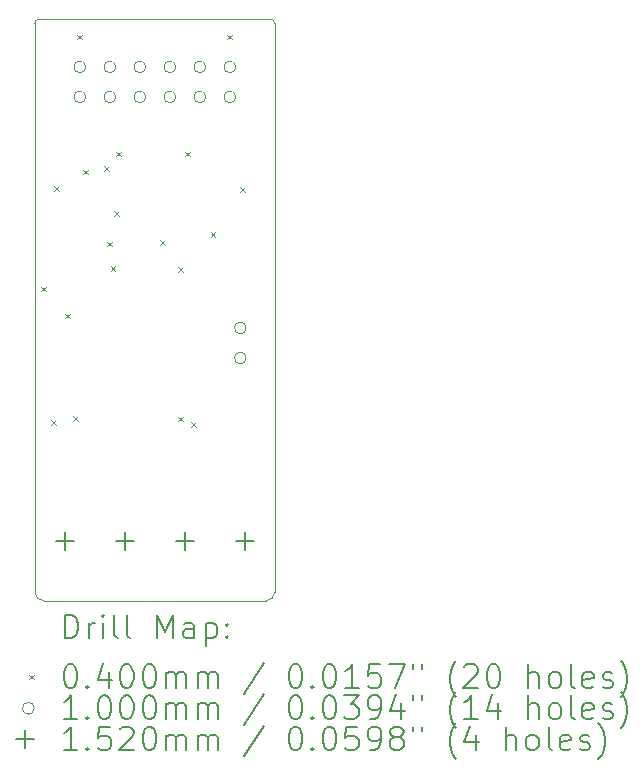
<source format=gbr>
%TF.GenerationSoftware,KiCad,Pcbnew,7.0.9-7.0.9~ubuntu20.04.1*%
%TF.CreationDate,2023-12-17T15:18:54+01:00*%
%TF.ProjectId,kicad-pmod_rs485,6b696361-642d-4706-9d6f-645f72733438,rev?*%
%TF.SameCoordinates,Original*%
%TF.FileFunction,Drillmap*%
%TF.FilePolarity,Positive*%
%FSLAX45Y45*%
G04 Gerber Fmt 4.5, Leading zero omitted, Abs format (unit mm)*
G04 Created by KiCad (PCBNEW 7.0.9-7.0.9~ubuntu20.04.1) date 2023-12-17 15:18:54*
%MOMM*%
%LPD*%
G01*
G04 APERTURE LIST*
%ADD10C,0.100000*%
%ADD11C,0.200000*%
%ADD12C,0.152000*%
G04 APERTURE END LIST*
D10*
X11760200Y-6159500D02*
X11760200Y-10972800D01*
X13716000Y-11049000D02*
G75*
G03*
X13792200Y-10972800I0J76200D01*
G01*
X13754100Y-6121400D02*
X11798300Y-6121400D01*
X11760200Y-10972800D02*
G75*
G03*
X11836400Y-11049000I76200J0D01*
G01*
X11798300Y-6121400D02*
G75*
G03*
X11760200Y-6159500I0J-38100D01*
G01*
X13792200Y-6159500D02*
G75*
G03*
X13754100Y-6121400I-38100J0D01*
G01*
X13792200Y-10972800D02*
X13792200Y-6159500D01*
X11836400Y-11049000D02*
X13716000Y-11049000D01*
D11*
D10*
X11816400Y-8387400D02*
X11856400Y-8427400D01*
X11856400Y-8387400D02*
X11816400Y-8427400D01*
X11899430Y-9518190D02*
X11939430Y-9558190D01*
X11939430Y-9518190D02*
X11899430Y-9558190D01*
X11926090Y-7537800D02*
X11966090Y-7577800D01*
X11966090Y-7537800D02*
X11926090Y-7577800D01*
X12019600Y-8616000D02*
X12059600Y-8656000D01*
X12059600Y-8616000D02*
X12019600Y-8656000D01*
X12083100Y-9485530D02*
X12123100Y-9525530D01*
X12123100Y-9485530D02*
X12083100Y-9525530D01*
X12121200Y-6253800D02*
X12161200Y-6293800D01*
X12161200Y-6253800D02*
X12121200Y-6293800D01*
X12172000Y-7396800D02*
X12212000Y-7436800D01*
X12212000Y-7396800D02*
X12172000Y-7436800D01*
X12348190Y-7369560D02*
X12388190Y-7409560D01*
X12388190Y-7369560D02*
X12348190Y-7409560D01*
X12375200Y-8006400D02*
X12415200Y-8046400D01*
X12415200Y-8006400D02*
X12375200Y-8046400D01*
X12403100Y-8217150D02*
X12443100Y-8257150D01*
X12443100Y-8217150D02*
X12403100Y-8257150D01*
X12433000Y-7748590D02*
X12473000Y-7788590D01*
X12473000Y-7748590D02*
X12433000Y-7788590D01*
X12451400Y-7244400D02*
X12491400Y-7284400D01*
X12491400Y-7244400D02*
X12451400Y-7284400D01*
X12822350Y-7991630D02*
X12862350Y-8031630D01*
X12862350Y-7991630D02*
X12822350Y-8031630D01*
X12972100Y-9489870D02*
X13012100Y-9529870D01*
X13012100Y-9489870D02*
X12972100Y-9529870D01*
X12975150Y-8222660D02*
X13015150Y-8262660D01*
X13015150Y-8222660D02*
X12975150Y-8262660D01*
X13035600Y-7244400D02*
X13075600Y-7284400D01*
X13075600Y-7244400D02*
X13035600Y-7284400D01*
X13083010Y-9535000D02*
X13123010Y-9575000D01*
X13123010Y-9535000D02*
X13083010Y-9575000D01*
X13249400Y-7925660D02*
X13289400Y-7965660D01*
X13289400Y-7925660D02*
X13249400Y-7965660D01*
X13391200Y-6253800D02*
X13431200Y-6293800D01*
X13431200Y-6253800D02*
X13391200Y-6293800D01*
X13501000Y-7545440D02*
X13541000Y-7585440D01*
X13541000Y-7545440D02*
X13501000Y-7585440D01*
X12191200Y-6527800D02*
G75*
G03*
X12191200Y-6527800I-50000J0D01*
G01*
X12191200Y-6781800D02*
G75*
G03*
X12191200Y-6781800I-50000J0D01*
G01*
X12445200Y-6527800D02*
G75*
G03*
X12445200Y-6527800I-50000J0D01*
G01*
X12445200Y-6781800D02*
G75*
G03*
X12445200Y-6781800I-50000J0D01*
G01*
X12699200Y-6527800D02*
G75*
G03*
X12699200Y-6527800I-50000J0D01*
G01*
X12699200Y-6781800D02*
G75*
G03*
X12699200Y-6781800I-50000J0D01*
G01*
X12953200Y-6527800D02*
G75*
G03*
X12953200Y-6527800I-50000J0D01*
G01*
X12953200Y-6781800D02*
G75*
G03*
X12953200Y-6781800I-50000J0D01*
G01*
X13207200Y-6527800D02*
G75*
G03*
X13207200Y-6527800I-50000J0D01*
G01*
X13207200Y-6781800D02*
G75*
G03*
X13207200Y-6781800I-50000J0D01*
G01*
X13461200Y-6527800D02*
G75*
G03*
X13461200Y-6527800I-50000J0D01*
G01*
X13461200Y-6781800D02*
G75*
G03*
X13461200Y-6781800I-50000J0D01*
G01*
X13550100Y-8738100D02*
G75*
G03*
X13550100Y-8738100I-50000J0D01*
G01*
X13550100Y-8992100D02*
G75*
G03*
X13550100Y-8992100I-50000J0D01*
G01*
D12*
X12014200Y-10465000D02*
X12014200Y-10617000D01*
X11938200Y-10541000D02*
X12090200Y-10541000D01*
X12522200Y-10465000D02*
X12522200Y-10617000D01*
X12446200Y-10541000D02*
X12598200Y-10541000D01*
X13030200Y-10465000D02*
X13030200Y-10617000D01*
X12954200Y-10541000D02*
X13106200Y-10541000D01*
X13538200Y-10465000D02*
X13538200Y-10617000D01*
X13462200Y-10541000D02*
X13614200Y-10541000D01*
D11*
X12015977Y-11365484D02*
X12015977Y-11165484D01*
X12015977Y-11165484D02*
X12063596Y-11165484D01*
X12063596Y-11165484D02*
X12092167Y-11175008D01*
X12092167Y-11175008D02*
X12111215Y-11194055D01*
X12111215Y-11194055D02*
X12120739Y-11213103D01*
X12120739Y-11213103D02*
X12130262Y-11251198D01*
X12130262Y-11251198D02*
X12130262Y-11279769D01*
X12130262Y-11279769D02*
X12120739Y-11317865D01*
X12120739Y-11317865D02*
X12111215Y-11336912D01*
X12111215Y-11336912D02*
X12092167Y-11355960D01*
X12092167Y-11355960D02*
X12063596Y-11365484D01*
X12063596Y-11365484D02*
X12015977Y-11365484D01*
X12215977Y-11365484D02*
X12215977Y-11232150D01*
X12215977Y-11270246D02*
X12225501Y-11251198D01*
X12225501Y-11251198D02*
X12235024Y-11241674D01*
X12235024Y-11241674D02*
X12254072Y-11232150D01*
X12254072Y-11232150D02*
X12273120Y-11232150D01*
X12339786Y-11365484D02*
X12339786Y-11232150D01*
X12339786Y-11165484D02*
X12330262Y-11175008D01*
X12330262Y-11175008D02*
X12339786Y-11184531D01*
X12339786Y-11184531D02*
X12349310Y-11175008D01*
X12349310Y-11175008D02*
X12339786Y-11165484D01*
X12339786Y-11165484D02*
X12339786Y-11184531D01*
X12463596Y-11365484D02*
X12444548Y-11355960D01*
X12444548Y-11355960D02*
X12435024Y-11336912D01*
X12435024Y-11336912D02*
X12435024Y-11165484D01*
X12568358Y-11365484D02*
X12549310Y-11355960D01*
X12549310Y-11355960D02*
X12539786Y-11336912D01*
X12539786Y-11336912D02*
X12539786Y-11165484D01*
X12796929Y-11365484D02*
X12796929Y-11165484D01*
X12796929Y-11165484D02*
X12863596Y-11308341D01*
X12863596Y-11308341D02*
X12930262Y-11165484D01*
X12930262Y-11165484D02*
X12930262Y-11365484D01*
X13111215Y-11365484D02*
X13111215Y-11260722D01*
X13111215Y-11260722D02*
X13101691Y-11241674D01*
X13101691Y-11241674D02*
X13082643Y-11232150D01*
X13082643Y-11232150D02*
X13044548Y-11232150D01*
X13044548Y-11232150D02*
X13025501Y-11241674D01*
X13111215Y-11355960D02*
X13092167Y-11365484D01*
X13092167Y-11365484D02*
X13044548Y-11365484D01*
X13044548Y-11365484D02*
X13025501Y-11355960D01*
X13025501Y-11355960D02*
X13015977Y-11336912D01*
X13015977Y-11336912D02*
X13015977Y-11317865D01*
X13015977Y-11317865D02*
X13025501Y-11298817D01*
X13025501Y-11298817D02*
X13044548Y-11289293D01*
X13044548Y-11289293D02*
X13092167Y-11289293D01*
X13092167Y-11289293D02*
X13111215Y-11279769D01*
X13206453Y-11232150D02*
X13206453Y-11432150D01*
X13206453Y-11241674D02*
X13225501Y-11232150D01*
X13225501Y-11232150D02*
X13263596Y-11232150D01*
X13263596Y-11232150D02*
X13282643Y-11241674D01*
X13282643Y-11241674D02*
X13292167Y-11251198D01*
X13292167Y-11251198D02*
X13301691Y-11270246D01*
X13301691Y-11270246D02*
X13301691Y-11327388D01*
X13301691Y-11327388D02*
X13292167Y-11346436D01*
X13292167Y-11346436D02*
X13282643Y-11355960D01*
X13282643Y-11355960D02*
X13263596Y-11365484D01*
X13263596Y-11365484D02*
X13225501Y-11365484D01*
X13225501Y-11365484D02*
X13206453Y-11355960D01*
X13387405Y-11346436D02*
X13396929Y-11355960D01*
X13396929Y-11355960D02*
X13387405Y-11365484D01*
X13387405Y-11365484D02*
X13377882Y-11355960D01*
X13377882Y-11355960D02*
X13387405Y-11346436D01*
X13387405Y-11346436D02*
X13387405Y-11365484D01*
X13387405Y-11241674D02*
X13396929Y-11251198D01*
X13396929Y-11251198D02*
X13387405Y-11260722D01*
X13387405Y-11260722D02*
X13377882Y-11251198D01*
X13377882Y-11251198D02*
X13387405Y-11241674D01*
X13387405Y-11241674D02*
X13387405Y-11260722D01*
D10*
X11715200Y-11674000D02*
X11755200Y-11714000D01*
X11755200Y-11674000D02*
X11715200Y-11714000D01*
D11*
X12054072Y-11585484D02*
X12073120Y-11585484D01*
X12073120Y-11585484D02*
X12092167Y-11595008D01*
X12092167Y-11595008D02*
X12101691Y-11604531D01*
X12101691Y-11604531D02*
X12111215Y-11623579D01*
X12111215Y-11623579D02*
X12120739Y-11661674D01*
X12120739Y-11661674D02*
X12120739Y-11709293D01*
X12120739Y-11709293D02*
X12111215Y-11747388D01*
X12111215Y-11747388D02*
X12101691Y-11766436D01*
X12101691Y-11766436D02*
X12092167Y-11775960D01*
X12092167Y-11775960D02*
X12073120Y-11785484D01*
X12073120Y-11785484D02*
X12054072Y-11785484D01*
X12054072Y-11785484D02*
X12035024Y-11775960D01*
X12035024Y-11775960D02*
X12025501Y-11766436D01*
X12025501Y-11766436D02*
X12015977Y-11747388D01*
X12015977Y-11747388D02*
X12006453Y-11709293D01*
X12006453Y-11709293D02*
X12006453Y-11661674D01*
X12006453Y-11661674D02*
X12015977Y-11623579D01*
X12015977Y-11623579D02*
X12025501Y-11604531D01*
X12025501Y-11604531D02*
X12035024Y-11595008D01*
X12035024Y-11595008D02*
X12054072Y-11585484D01*
X12206453Y-11766436D02*
X12215977Y-11775960D01*
X12215977Y-11775960D02*
X12206453Y-11785484D01*
X12206453Y-11785484D02*
X12196929Y-11775960D01*
X12196929Y-11775960D02*
X12206453Y-11766436D01*
X12206453Y-11766436D02*
X12206453Y-11785484D01*
X12387405Y-11652150D02*
X12387405Y-11785484D01*
X12339786Y-11575960D02*
X12292167Y-11718817D01*
X12292167Y-11718817D02*
X12415977Y-11718817D01*
X12530262Y-11585484D02*
X12549310Y-11585484D01*
X12549310Y-11585484D02*
X12568358Y-11595008D01*
X12568358Y-11595008D02*
X12577882Y-11604531D01*
X12577882Y-11604531D02*
X12587405Y-11623579D01*
X12587405Y-11623579D02*
X12596929Y-11661674D01*
X12596929Y-11661674D02*
X12596929Y-11709293D01*
X12596929Y-11709293D02*
X12587405Y-11747388D01*
X12587405Y-11747388D02*
X12577882Y-11766436D01*
X12577882Y-11766436D02*
X12568358Y-11775960D01*
X12568358Y-11775960D02*
X12549310Y-11785484D01*
X12549310Y-11785484D02*
X12530262Y-11785484D01*
X12530262Y-11785484D02*
X12511215Y-11775960D01*
X12511215Y-11775960D02*
X12501691Y-11766436D01*
X12501691Y-11766436D02*
X12492167Y-11747388D01*
X12492167Y-11747388D02*
X12482643Y-11709293D01*
X12482643Y-11709293D02*
X12482643Y-11661674D01*
X12482643Y-11661674D02*
X12492167Y-11623579D01*
X12492167Y-11623579D02*
X12501691Y-11604531D01*
X12501691Y-11604531D02*
X12511215Y-11595008D01*
X12511215Y-11595008D02*
X12530262Y-11585484D01*
X12720739Y-11585484D02*
X12739786Y-11585484D01*
X12739786Y-11585484D02*
X12758834Y-11595008D01*
X12758834Y-11595008D02*
X12768358Y-11604531D01*
X12768358Y-11604531D02*
X12777882Y-11623579D01*
X12777882Y-11623579D02*
X12787405Y-11661674D01*
X12787405Y-11661674D02*
X12787405Y-11709293D01*
X12787405Y-11709293D02*
X12777882Y-11747388D01*
X12777882Y-11747388D02*
X12768358Y-11766436D01*
X12768358Y-11766436D02*
X12758834Y-11775960D01*
X12758834Y-11775960D02*
X12739786Y-11785484D01*
X12739786Y-11785484D02*
X12720739Y-11785484D01*
X12720739Y-11785484D02*
X12701691Y-11775960D01*
X12701691Y-11775960D02*
X12692167Y-11766436D01*
X12692167Y-11766436D02*
X12682643Y-11747388D01*
X12682643Y-11747388D02*
X12673120Y-11709293D01*
X12673120Y-11709293D02*
X12673120Y-11661674D01*
X12673120Y-11661674D02*
X12682643Y-11623579D01*
X12682643Y-11623579D02*
X12692167Y-11604531D01*
X12692167Y-11604531D02*
X12701691Y-11595008D01*
X12701691Y-11595008D02*
X12720739Y-11585484D01*
X12873120Y-11785484D02*
X12873120Y-11652150D01*
X12873120Y-11671198D02*
X12882643Y-11661674D01*
X12882643Y-11661674D02*
X12901691Y-11652150D01*
X12901691Y-11652150D02*
X12930263Y-11652150D01*
X12930263Y-11652150D02*
X12949310Y-11661674D01*
X12949310Y-11661674D02*
X12958834Y-11680722D01*
X12958834Y-11680722D02*
X12958834Y-11785484D01*
X12958834Y-11680722D02*
X12968358Y-11661674D01*
X12968358Y-11661674D02*
X12987405Y-11652150D01*
X12987405Y-11652150D02*
X13015977Y-11652150D01*
X13015977Y-11652150D02*
X13035024Y-11661674D01*
X13035024Y-11661674D02*
X13044548Y-11680722D01*
X13044548Y-11680722D02*
X13044548Y-11785484D01*
X13139786Y-11785484D02*
X13139786Y-11652150D01*
X13139786Y-11671198D02*
X13149310Y-11661674D01*
X13149310Y-11661674D02*
X13168358Y-11652150D01*
X13168358Y-11652150D02*
X13196929Y-11652150D01*
X13196929Y-11652150D02*
X13215977Y-11661674D01*
X13215977Y-11661674D02*
X13225501Y-11680722D01*
X13225501Y-11680722D02*
X13225501Y-11785484D01*
X13225501Y-11680722D02*
X13235024Y-11661674D01*
X13235024Y-11661674D02*
X13254072Y-11652150D01*
X13254072Y-11652150D02*
X13282643Y-11652150D01*
X13282643Y-11652150D02*
X13301691Y-11661674D01*
X13301691Y-11661674D02*
X13311215Y-11680722D01*
X13311215Y-11680722D02*
X13311215Y-11785484D01*
X13701691Y-11575960D02*
X13530263Y-11833103D01*
X13958834Y-11585484D02*
X13977882Y-11585484D01*
X13977882Y-11585484D02*
X13996929Y-11595008D01*
X13996929Y-11595008D02*
X14006453Y-11604531D01*
X14006453Y-11604531D02*
X14015977Y-11623579D01*
X14015977Y-11623579D02*
X14025501Y-11661674D01*
X14025501Y-11661674D02*
X14025501Y-11709293D01*
X14025501Y-11709293D02*
X14015977Y-11747388D01*
X14015977Y-11747388D02*
X14006453Y-11766436D01*
X14006453Y-11766436D02*
X13996929Y-11775960D01*
X13996929Y-11775960D02*
X13977882Y-11785484D01*
X13977882Y-11785484D02*
X13958834Y-11785484D01*
X13958834Y-11785484D02*
X13939786Y-11775960D01*
X13939786Y-11775960D02*
X13930263Y-11766436D01*
X13930263Y-11766436D02*
X13920739Y-11747388D01*
X13920739Y-11747388D02*
X13911215Y-11709293D01*
X13911215Y-11709293D02*
X13911215Y-11661674D01*
X13911215Y-11661674D02*
X13920739Y-11623579D01*
X13920739Y-11623579D02*
X13930263Y-11604531D01*
X13930263Y-11604531D02*
X13939786Y-11595008D01*
X13939786Y-11595008D02*
X13958834Y-11585484D01*
X14111215Y-11766436D02*
X14120739Y-11775960D01*
X14120739Y-11775960D02*
X14111215Y-11785484D01*
X14111215Y-11785484D02*
X14101691Y-11775960D01*
X14101691Y-11775960D02*
X14111215Y-11766436D01*
X14111215Y-11766436D02*
X14111215Y-11785484D01*
X14244548Y-11585484D02*
X14263596Y-11585484D01*
X14263596Y-11585484D02*
X14282644Y-11595008D01*
X14282644Y-11595008D02*
X14292167Y-11604531D01*
X14292167Y-11604531D02*
X14301691Y-11623579D01*
X14301691Y-11623579D02*
X14311215Y-11661674D01*
X14311215Y-11661674D02*
X14311215Y-11709293D01*
X14311215Y-11709293D02*
X14301691Y-11747388D01*
X14301691Y-11747388D02*
X14292167Y-11766436D01*
X14292167Y-11766436D02*
X14282644Y-11775960D01*
X14282644Y-11775960D02*
X14263596Y-11785484D01*
X14263596Y-11785484D02*
X14244548Y-11785484D01*
X14244548Y-11785484D02*
X14225501Y-11775960D01*
X14225501Y-11775960D02*
X14215977Y-11766436D01*
X14215977Y-11766436D02*
X14206453Y-11747388D01*
X14206453Y-11747388D02*
X14196929Y-11709293D01*
X14196929Y-11709293D02*
X14196929Y-11661674D01*
X14196929Y-11661674D02*
X14206453Y-11623579D01*
X14206453Y-11623579D02*
X14215977Y-11604531D01*
X14215977Y-11604531D02*
X14225501Y-11595008D01*
X14225501Y-11595008D02*
X14244548Y-11585484D01*
X14501691Y-11785484D02*
X14387406Y-11785484D01*
X14444548Y-11785484D02*
X14444548Y-11585484D01*
X14444548Y-11585484D02*
X14425501Y-11614055D01*
X14425501Y-11614055D02*
X14406453Y-11633103D01*
X14406453Y-11633103D02*
X14387406Y-11642627D01*
X14682644Y-11585484D02*
X14587406Y-11585484D01*
X14587406Y-11585484D02*
X14577882Y-11680722D01*
X14577882Y-11680722D02*
X14587406Y-11671198D01*
X14587406Y-11671198D02*
X14606453Y-11661674D01*
X14606453Y-11661674D02*
X14654072Y-11661674D01*
X14654072Y-11661674D02*
X14673120Y-11671198D01*
X14673120Y-11671198D02*
X14682644Y-11680722D01*
X14682644Y-11680722D02*
X14692167Y-11699769D01*
X14692167Y-11699769D02*
X14692167Y-11747388D01*
X14692167Y-11747388D02*
X14682644Y-11766436D01*
X14682644Y-11766436D02*
X14673120Y-11775960D01*
X14673120Y-11775960D02*
X14654072Y-11785484D01*
X14654072Y-11785484D02*
X14606453Y-11785484D01*
X14606453Y-11785484D02*
X14587406Y-11775960D01*
X14587406Y-11775960D02*
X14577882Y-11766436D01*
X14758834Y-11585484D02*
X14892167Y-11585484D01*
X14892167Y-11585484D02*
X14806453Y-11785484D01*
X14958834Y-11585484D02*
X14958834Y-11623579D01*
X15035025Y-11585484D02*
X15035025Y-11623579D01*
X15330263Y-11861674D02*
X15320739Y-11852150D01*
X15320739Y-11852150D02*
X15301691Y-11823579D01*
X15301691Y-11823579D02*
X15292168Y-11804531D01*
X15292168Y-11804531D02*
X15282644Y-11775960D01*
X15282644Y-11775960D02*
X15273120Y-11728341D01*
X15273120Y-11728341D02*
X15273120Y-11690246D01*
X15273120Y-11690246D02*
X15282644Y-11642627D01*
X15282644Y-11642627D02*
X15292168Y-11614055D01*
X15292168Y-11614055D02*
X15301691Y-11595008D01*
X15301691Y-11595008D02*
X15320739Y-11566436D01*
X15320739Y-11566436D02*
X15330263Y-11556912D01*
X15396929Y-11604531D02*
X15406453Y-11595008D01*
X15406453Y-11595008D02*
X15425501Y-11585484D01*
X15425501Y-11585484D02*
X15473120Y-11585484D01*
X15473120Y-11585484D02*
X15492168Y-11595008D01*
X15492168Y-11595008D02*
X15501691Y-11604531D01*
X15501691Y-11604531D02*
X15511215Y-11623579D01*
X15511215Y-11623579D02*
X15511215Y-11642627D01*
X15511215Y-11642627D02*
X15501691Y-11671198D01*
X15501691Y-11671198D02*
X15387406Y-11785484D01*
X15387406Y-11785484D02*
X15511215Y-11785484D01*
X15635025Y-11585484D02*
X15654072Y-11585484D01*
X15654072Y-11585484D02*
X15673120Y-11595008D01*
X15673120Y-11595008D02*
X15682644Y-11604531D01*
X15682644Y-11604531D02*
X15692168Y-11623579D01*
X15692168Y-11623579D02*
X15701691Y-11661674D01*
X15701691Y-11661674D02*
X15701691Y-11709293D01*
X15701691Y-11709293D02*
X15692168Y-11747388D01*
X15692168Y-11747388D02*
X15682644Y-11766436D01*
X15682644Y-11766436D02*
X15673120Y-11775960D01*
X15673120Y-11775960D02*
X15654072Y-11785484D01*
X15654072Y-11785484D02*
X15635025Y-11785484D01*
X15635025Y-11785484D02*
X15615977Y-11775960D01*
X15615977Y-11775960D02*
X15606453Y-11766436D01*
X15606453Y-11766436D02*
X15596929Y-11747388D01*
X15596929Y-11747388D02*
X15587406Y-11709293D01*
X15587406Y-11709293D02*
X15587406Y-11661674D01*
X15587406Y-11661674D02*
X15596929Y-11623579D01*
X15596929Y-11623579D02*
X15606453Y-11604531D01*
X15606453Y-11604531D02*
X15615977Y-11595008D01*
X15615977Y-11595008D02*
X15635025Y-11585484D01*
X15939787Y-11785484D02*
X15939787Y-11585484D01*
X16025501Y-11785484D02*
X16025501Y-11680722D01*
X16025501Y-11680722D02*
X16015977Y-11661674D01*
X16015977Y-11661674D02*
X15996930Y-11652150D01*
X15996930Y-11652150D02*
X15968358Y-11652150D01*
X15968358Y-11652150D02*
X15949310Y-11661674D01*
X15949310Y-11661674D02*
X15939787Y-11671198D01*
X16149310Y-11785484D02*
X16130263Y-11775960D01*
X16130263Y-11775960D02*
X16120739Y-11766436D01*
X16120739Y-11766436D02*
X16111215Y-11747388D01*
X16111215Y-11747388D02*
X16111215Y-11690246D01*
X16111215Y-11690246D02*
X16120739Y-11671198D01*
X16120739Y-11671198D02*
X16130263Y-11661674D01*
X16130263Y-11661674D02*
X16149310Y-11652150D01*
X16149310Y-11652150D02*
X16177882Y-11652150D01*
X16177882Y-11652150D02*
X16196930Y-11661674D01*
X16196930Y-11661674D02*
X16206453Y-11671198D01*
X16206453Y-11671198D02*
X16215977Y-11690246D01*
X16215977Y-11690246D02*
X16215977Y-11747388D01*
X16215977Y-11747388D02*
X16206453Y-11766436D01*
X16206453Y-11766436D02*
X16196930Y-11775960D01*
X16196930Y-11775960D02*
X16177882Y-11785484D01*
X16177882Y-11785484D02*
X16149310Y-11785484D01*
X16330263Y-11785484D02*
X16311215Y-11775960D01*
X16311215Y-11775960D02*
X16301691Y-11756912D01*
X16301691Y-11756912D02*
X16301691Y-11585484D01*
X16482644Y-11775960D02*
X16463596Y-11785484D01*
X16463596Y-11785484D02*
X16425501Y-11785484D01*
X16425501Y-11785484D02*
X16406453Y-11775960D01*
X16406453Y-11775960D02*
X16396930Y-11756912D01*
X16396930Y-11756912D02*
X16396930Y-11680722D01*
X16396930Y-11680722D02*
X16406453Y-11661674D01*
X16406453Y-11661674D02*
X16425501Y-11652150D01*
X16425501Y-11652150D02*
X16463596Y-11652150D01*
X16463596Y-11652150D02*
X16482644Y-11661674D01*
X16482644Y-11661674D02*
X16492168Y-11680722D01*
X16492168Y-11680722D02*
X16492168Y-11699769D01*
X16492168Y-11699769D02*
X16396930Y-11718817D01*
X16568358Y-11775960D02*
X16587406Y-11785484D01*
X16587406Y-11785484D02*
X16625501Y-11785484D01*
X16625501Y-11785484D02*
X16644549Y-11775960D01*
X16644549Y-11775960D02*
X16654072Y-11756912D01*
X16654072Y-11756912D02*
X16654072Y-11747388D01*
X16654072Y-11747388D02*
X16644549Y-11728341D01*
X16644549Y-11728341D02*
X16625501Y-11718817D01*
X16625501Y-11718817D02*
X16596930Y-11718817D01*
X16596930Y-11718817D02*
X16577882Y-11709293D01*
X16577882Y-11709293D02*
X16568358Y-11690246D01*
X16568358Y-11690246D02*
X16568358Y-11680722D01*
X16568358Y-11680722D02*
X16577882Y-11661674D01*
X16577882Y-11661674D02*
X16596930Y-11652150D01*
X16596930Y-11652150D02*
X16625501Y-11652150D01*
X16625501Y-11652150D02*
X16644549Y-11661674D01*
X16720739Y-11861674D02*
X16730263Y-11852150D01*
X16730263Y-11852150D02*
X16749311Y-11823579D01*
X16749311Y-11823579D02*
X16758834Y-11804531D01*
X16758834Y-11804531D02*
X16768358Y-11775960D01*
X16768358Y-11775960D02*
X16777882Y-11728341D01*
X16777882Y-11728341D02*
X16777882Y-11690246D01*
X16777882Y-11690246D02*
X16768358Y-11642627D01*
X16768358Y-11642627D02*
X16758834Y-11614055D01*
X16758834Y-11614055D02*
X16749311Y-11595008D01*
X16749311Y-11595008D02*
X16730263Y-11566436D01*
X16730263Y-11566436D02*
X16720739Y-11556912D01*
D10*
X11755200Y-11958000D02*
G75*
G03*
X11755200Y-11958000I-50000J0D01*
G01*
D11*
X12120739Y-12049484D02*
X12006453Y-12049484D01*
X12063596Y-12049484D02*
X12063596Y-11849484D01*
X12063596Y-11849484D02*
X12044548Y-11878055D01*
X12044548Y-11878055D02*
X12025501Y-11897103D01*
X12025501Y-11897103D02*
X12006453Y-11906627D01*
X12206453Y-12030436D02*
X12215977Y-12039960D01*
X12215977Y-12039960D02*
X12206453Y-12049484D01*
X12206453Y-12049484D02*
X12196929Y-12039960D01*
X12196929Y-12039960D02*
X12206453Y-12030436D01*
X12206453Y-12030436D02*
X12206453Y-12049484D01*
X12339786Y-11849484D02*
X12358834Y-11849484D01*
X12358834Y-11849484D02*
X12377882Y-11859008D01*
X12377882Y-11859008D02*
X12387405Y-11868531D01*
X12387405Y-11868531D02*
X12396929Y-11887579D01*
X12396929Y-11887579D02*
X12406453Y-11925674D01*
X12406453Y-11925674D02*
X12406453Y-11973293D01*
X12406453Y-11973293D02*
X12396929Y-12011388D01*
X12396929Y-12011388D02*
X12387405Y-12030436D01*
X12387405Y-12030436D02*
X12377882Y-12039960D01*
X12377882Y-12039960D02*
X12358834Y-12049484D01*
X12358834Y-12049484D02*
X12339786Y-12049484D01*
X12339786Y-12049484D02*
X12320739Y-12039960D01*
X12320739Y-12039960D02*
X12311215Y-12030436D01*
X12311215Y-12030436D02*
X12301691Y-12011388D01*
X12301691Y-12011388D02*
X12292167Y-11973293D01*
X12292167Y-11973293D02*
X12292167Y-11925674D01*
X12292167Y-11925674D02*
X12301691Y-11887579D01*
X12301691Y-11887579D02*
X12311215Y-11868531D01*
X12311215Y-11868531D02*
X12320739Y-11859008D01*
X12320739Y-11859008D02*
X12339786Y-11849484D01*
X12530262Y-11849484D02*
X12549310Y-11849484D01*
X12549310Y-11849484D02*
X12568358Y-11859008D01*
X12568358Y-11859008D02*
X12577882Y-11868531D01*
X12577882Y-11868531D02*
X12587405Y-11887579D01*
X12587405Y-11887579D02*
X12596929Y-11925674D01*
X12596929Y-11925674D02*
X12596929Y-11973293D01*
X12596929Y-11973293D02*
X12587405Y-12011388D01*
X12587405Y-12011388D02*
X12577882Y-12030436D01*
X12577882Y-12030436D02*
X12568358Y-12039960D01*
X12568358Y-12039960D02*
X12549310Y-12049484D01*
X12549310Y-12049484D02*
X12530262Y-12049484D01*
X12530262Y-12049484D02*
X12511215Y-12039960D01*
X12511215Y-12039960D02*
X12501691Y-12030436D01*
X12501691Y-12030436D02*
X12492167Y-12011388D01*
X12492167Y-12011388D02*
X12482643Y-11973293D01*
X12482643Y-11973293D02*
X12482643Y-11925674D01*
X12482643Y-11925674D02*
X12492167Y-11887579D01*
X12492167Y-11887579D02*
X12501691Y-11868531D01*
X12501691Y-11868531D02*
X12511215Y-11859008D01*
X12511215Y-11859008D02*
X12530262Y-11849484D01*
X12720739Y-11849484D02*
X12739786Y-11849484D01*
X12739786Y-11849484D02*
X12758834Y-11859008D01*
X12758834Y-11859008D02*
X12768358Y-11868531D01*
X12768358Y-11868531D02*
X12777882Y-11887579D01*
X12777882Y-11887579D02*
X12787405Y-11925674D01*
X12787405Y-11925674D02*
X12787405Y-11973293D01*
X12787405Y-11973293D02*
X12777882Y-12011388D01*
X12777882Y-12011388D02*
X12768358Y-12030436D01*
X12768358Y-12030436D02*
X12758834Y-12039960D01*
X12758834Y-12039960D02*
X12739786Y-12049484D01*
X12739786Y-12049484D02*
X12720739Y-12049484D01*
X12720739Y-12049484D02*
X12701691Y-12039960D01*
X12701691Y-12039960D02*
X12692167Y-12030436D01*
X12692167Y-12030436D02*
X12682643Y-12011388D01*
X12682643Y-12011388D02*
X12673120Y-11973293D01*
X12673120Y-11973293D02*
X12673120Y-11925674D01*
X12673120Y-11925674D02*
X12682643Y-11887579D01*
X12682643Y-11887579D02*
X12692167Y-11868531D01*
X12692167Y-11868531D02*
X12701691Y-11859008D01*
X12701691Y-11859008D02*
X12720739Y-11849484D01*
X12873120Y-12049484D02*
X12873120Y-11916150D01*
X12873120Y-11935198D02*
X12882643Y-11925674D01*
X12882643Y-11925674D02*
X12901691Y-11916150D01*
X12901691Y-11916150D02*
X12930263Y-11916150D01*
X12930263Y-11916150D02*
X12949310Y-11925674D01*
X12949310Y-11925674D02*
X12958834Y-11944722D01*
X12958834Y-11944722D02*
X12958834Y-12049484D01*
X12958834Y-11944722D02*
X12968358Y-11925674D01*
X12968358Y-11925674D02*
X12987405Y-11916150D01*
X12987405Y-11916150D02*
X13015977Y-11916150D01*
X13015977Y-11916150D02*
X13035024Y-11925674D01*
X13035024Y-11925674D02*
X13044548Y-11944722D01*
X13044548Y-11944722D02*
X13044548Y-12049484D01*
X13139786Y-12049484D02*
X13139786Y-11916150D01*
X13139786Y-11935198D02*
X13149310Y-11925674D01*
X13149310Y-11925674D02*
X13168358Y-11916150D01*
X13168358Y-11916150D02*
X13196929Y-11916150D01*
X13196929Y-11916150D02*
X13215977Y-11925674D01*
X13215977Y-11925674D02*
X13225501Y-11944722D01*
X13225501Y-11944722D02*
X13225501Y-12049484D01*
X13225501Y-11944722D02*
X13235024Y-11925674D01*
X13235024Y-11925674D02*
X13254072Y-11916150D01*
X13254072Y-11916150D02*
X13282643Y-11916150D01*
X13282643Y-11916150D02*
X13301691Y-11925674D01*
X13301691Y-11925674D02*
X13311215Y-11944722D01*
X13311215Y-11944722D02*
X13311215Y-12049484D01*
X13701691Y-11839960D02*
X13530263Y-12097103D01*
X13958834Y-11849484D02*
X13977882Y-11849484D01*
X13977882Y-11849484D02*
X13996929Y-11859008D01*
X13996929Y-11859008D02*
X14006453Y-11868531D01*
X14006453Y-11868531D02*
X14015977Y-11887579D01*
X14015977Y-11887579D02*
X14025501Y-11925674D01*
X14025501Y-11925674D02*
X14025501Y-11973293D01*
X14025501Y-11973293D02*
X14015977Y-12011388D01*
X14015977Y-12011388D02*
X14006453Y-12030436D01*
X14006453Y-12030436D02*
X13996929Y-12039960D01*
X13996929Y-12039960D02*
X13977882Y-12049484D01*
X13977882Y-12049484D02*
X13958834Y-12049484D01*
X13958834Y-12049484D02*
X13939786Y-12039960D01*
X13939786Y-12039960D02*
X13930263Y-12030436D01*
X13930263Y-12030436D02*
X13920739Y-12011388D01*
X13920739Y-12011388D02*
X13911215Y-11973293D01*
X13911215Y-11973293D02*
X13911215Y-11925674D01*
X13911215Y-11925674D02*
X13920739Y-11887579D01*
X13920739Y-11887579D02*
X13930263Y-11868531D01*
X13930263Y-11868531D02*
X13939786Y-11859008D01*
X13939786Y-11859008D02*
X13958834Y-11849484D01*
X14111215Y-12030436D02*
X14120739Y-12039960D01*
X14120739Y-12039960D02*
X14111215Y-12049484D01*
X14111215Y-12049484D02*
X14101691Y-12039960D01*
X14101691Y-12039960D02*
X14111215Y-12030436D01*
X14111215Y-12030436D02*
X14111215Y-12049484D01*
X14244548Y-11849484D02*
X14263596Y-11849484D01*
X14263596Y-11849484D02*
X14282644Y-11859008D01*
X14282644Y-11859008D02*
X14292167Y-11868531D01*
X14292167Y-11868531D02*
X14301691Y-11887579D01*
X14301691Y-11887579D02*
X14311215Y-11925674D01*
X14311215Y-11925674D02*
X14311215Y-11973293D01*
X14311215Y-11973293D02*
X14301691Y-12011388D01*
X14301691Y-12011388D02*
X14292167Y-12030436D01*
X14292167Y-12030436D02*
X14282644Y-12039960D01*
X14282644Y-12039960D02*
X14263596Y-12049484D01*
X14263596Y-12049484D02*
X14244548Y-12049484D01*
X14244548Y-12049484D02*
X14225501Y-12039960D01*
X14225501Y-12039960D02*
X14215977Y-12030436D01*
X14215977Y-12030436D02*
X14206453Y-12011388D01*
X14206453Y-12011388D02*
X14196929Y-11973293D01*
X14196929Y-11973293D02*
X14196929Y-11925674D01*
X14196929Y-11925674D02*
X14206453Y-11887579D01*
X14206453Y-11887579D02*
X14215977Y-11868531D01*
X14215977Y-11868531D02*
X14225501Y-11859008D01*
X14225501Y-11859008D02*
X14244548Y-11849484D01*
X14377882Y-11849484D02*
X14501691Y-11849484D01*
X14501691Y-11849484D02*
X14435025Y-11925674D01*
X14435025Y-11925674D02*
X14463596Y-11925674D01*
X14463596Y-11925674D02*
X14482644Y-11935198D01*
X14482644Y-11935198D02*
X14492167Y-11944722D01*
X14492167Y-11944722D02*
X14501691Y-11963769D01*
X14501691Y-11963769D02*
X14501691Y-12011388D01*
X14501691Y-12011388D02*
X14492167Y-12030436D01*
X14492167Y-12030436D02*
X14482644Y-12039960D01*
X14482644Y-12039960D02*
X14463596Y-12049484D01*
X14463596Y-12049484D02*
X14406453Y-12049484D01*
X14406453Y-12049484D02*
X14387406Y-12039960D01*
X14387406Y-12039960D02*
X14377882Y-12030436D01*
X14596929Y-12049484D02*
X14635025Y-12049484D01*
X14635025Y-12049484D02*
X14654072Y-12039960D01*
X14654072Y-12039960D02*
X14663596Y-12030436D01*
X14663596Y-12030436D02*
X14682644Y-12001865D01*
X14682644Y-12001865D02*
X14692167Y-11963769D01*
X14692167Y-11963769D02*
X14692167Y-11887579D01*
X14692167Y-11887579D02*
X14682644Y-11868531D01*
X14682644Y-11868531D02*
X14673120Y-11859008D01*
X14673120Y-11859008D02*
X14654072Y-11849484D01*
X14654072Y-11849484D02*
X14615977Y-11849484D01*
X14615977Y-11849484D02*
X14596929Y-11859008D01*
X14596929Y-11859008D02*
X14587406Y-11868531D01*
X14587406Y-11868531D02*
X14577882Y-11887579D01*
X14577882Y-11887579D02*
X14577882Y-11935198D01*
X14577882Y-11935198D02*
X14587406Y-11954246D01*
X14587406Y-11954246D02*
X14596929Y-11963769D01*
X14596929Y-11963769D02*
X14615977Y-11973293D01*
X14615977Y-11973293D02*
X14654072Y-11973293D01*
X14654072Y-11973293D02*
X14673120Y-11963769D01*
X14673120Y-11963769D02*
X14682644Y-11954246D01*
X14682644Y-11954246D02*
X14692167Y-11935198D01*
X14863596Y-11916150D02*
X14863596Y-12049484D01*
X14815977Y-11839960D02*
X14768358Y-11982817D01*
X14768358Y-11982817D02*
X14892167Y-11982817D01*
X14958834Y-11849484D02*
X14958834Y-11887579D01*
X15035025Y-11849484D02*
X15035025Y-11887579D01*
X15330263Y-12125674D02*
X15320739Y-12116150D01*
X15320739Y-12116150D02*
X15301691Y-12087579D01*
X15301691Y-12087579D02*
X15292168Y-12068531D01*
X15292168Y-12068531D02*
X15282644Y-12039960D01*
X15282644Y-12039960D02*
X15273120Y-11992341D01*
X15273120Y-11992341D02*
X15273120Y-11954246D01*
X15273120Y-11954246D02*
X15282644Y-11906627D01*
X15282644Y-11906627D02*
X15292168Y-11878055D01*
X15292168Y-11878055D02*
X15301691Y-11859008D01*
X15301691Y-11859008D02*
X15320739Y-11830436D01*
X15320739Y-11830436D02*
X15330263Y-11820912D01*
X15511215Y-12049484D02*
X15396929Y-12049484D01*
X15454072Y-12049484D02*
X15454072Y-11849484D01*
X15454072Y-11849484D02*
X15435025Y-11878055D01*
X15435025Y-11878055D02*
X15415977Y-11897103D01*
X15415977Y-11897103D02*
X15396929Y-11906627D01*
X15682644Y-11916150D02*
X15682644Y-12049484D01*
X15635025Y-11839960D02*
X15587406Y-11982817D01*
X15587406Y-11982817D02*
X15711215Y-11982817D01*
X15939787Y-12049484D02*
X15939787Y-11849484D01*
X16025501Y-12049484D02*
X16025501Y-11944722D01*
X16025501Y-11944722D02*
X16015977Y-11925674D01*
X16015977Y-11925674D02*
X15996930Y-11916150D01*
X15996930Y-11916150D02*
X15968358Y-11916150D01*
X15968358Y-11916150D02*
X15949310Y-11925674D01*
X15949310Y-11925674D02*
X15939787Y-11935198D01*
X16149310Y-12049484D02*
X16130263Y-12039960D01*
X16130263Y-12039960D02*
X16120739Y-12030436D01*
X16120739Y-12030436D02*
X16111215Y-12011388D01*
X16111215Y-12011388D02*
X16111215Y-11954246D01*
X16111215Y-11954246D02*
X16120739Y-11935198D01*
X16120739Y-11935198D02*
X16130263Y-11925674D01*
X16130263Y-11925674D02*
X16149310Y-11916150D01*
X16149310Y-11916150D02*
X16177882Y-11916150D01*
X16177882Y-11916150D02*
X16196930Y-11925674D01*
X16196930Y-11925674D02*
X16206453Y-11935198D01*
X16206453Y-11935198D02*
X16215977Y-11954246D01*
X16215977Y-11954246D02*
X16215977Y-12011388D01*
X16215977Y-12011388D02*
X16206453Y-12030436D01*
X16206453Y-12030436D02*
X16196930Y-12039960D01*
X16196930Y-12039960D02*
X16177882Y-12049484D01*
X16177882Y-12049484D02*
X16149310Y-12049484D01*
X16330263Y-12049484D02*
X16311215Y-12039960D01*
X16311215Y-12039960D02*
X16301691Y-12020912D01*
X16301691Y-12020912D02*
X16301691Y-11849484D01*
X16482644Y-12039960D02*
X16463596Y-12049484D01*
X16463596Y-12049484D02*
X16425501Y-12049484D01*
X16425501Y-12049484D02*
X16406453Y-12039960D01*
X16406453Y-12039960D02*
X16396930Y-12020912D01*
X16396930Y-12020912D02*
X16396930Y-11944722D01*
X16396930Y-11944722D02*
X16406453Y-11925674D01*
X16406453Y-11925674D02*
X16425501Y-11916150D01*
X16425501Y-11916150D02*
X16463596Y-11916150D01*
X16463596Y-11916150D02*
X16482644Y-11925674D01*
X16482644Y-11925674D02*
X16492168Y-11944722D01*
X16492168Y-11944722D02*
X16492168Y-11963769D01*
X16492168Y-11963769D02*
X16396930Y-11982817D01*
X16568358Y-12039960D02*
X16587406Y-12049484D01*
X16587406Y-12049484D02*
X16625501Y-12049484D01*
X16625501Y-12049484D02*
X16644549Y-12039960D01*
X16644549Y-12039960D02*
X16654072Y-12020912D01*
X16654072Y-12020912D02*
X16654072Y-12011388D01*
X16654072Y-12011388D02*
X16644549Y-11992341D01*
X16644549Y-11992341D02*
X16625501Y-11982817D01*
X16625501Y-11982817D02*
X16596930Y-11982817D01*
X16596930Y-11982817D02*
X16577882Y-11973293D01*
X16577882Y-11973293D02*
X16568358Y-11954246D01*
X16568358Y-11954246D02*
X16568358Y-11944722D01*
X16568358Y-11944722D02*
X16577882Y-11925674D01*
X16577882Y-11925674D02*
X16596930Y-11916150D01*
X16596930Y-11916150D02*
X16625501Y-11916150D01*
X16625501Y-11916150D02*
X16644549Y-11925674D01*
X16720739Y-12125674D02*
X16730263Y-12116150D01*
X16730263Y-12116150D02*
X16749311Y-12087579D01*
X16749311Y-12087579D02*
X16758834Y-12068531D01*
X16758834Y-12068531D02*
X16768358Y-12039960D01*
X16768358Y-12039960D02*
X16777882Y-11992341D01*
X16777882Y-11992341D02*
X16777882Y-11954246D01*
X16777882Y-11954246D02*
X16768358Y-11906627D01*
X16768358Y-11906627D02*
X16758834Y-11878055D01*
X16758834Y-11878055D02*
X16749311Y-11859008D01*
X16749311Y-11859008D02*
X16730263Y-11830436D01*
X16730263Y-11830436D02*
X16720739Y-11820912D01*
D12*
X11679200Y-12146000D02*
X11679200Y-12298000D01*
X11603200Y-12222000D02*
X11755200Y-12222000D01*
D11*
X12120739Y-12313484D02*
X12006453Y-12313484D01*
X12063596Y-12313484D02*
X12063596Y-12113484D01*
X12063596Y-12113484D02*
X12044548Y-12142055D01*
X12044548Y-12142055D02*
X12025501Y-12161103D01*
X12025501Y-12161103D02*
X12006453Y-12170627D01*
X12206453Y-12294436D02*
X12215977Y-12303960D01*
X12215977Y-12303960D02*
X12206453Y-12313484D01*
X12206453Y-12313484D02*
X12196929Y-12303960D01*
X12196929Y-12303960D02*
X12206453Y-12294436D01*
X12206453Y-12294436D02*
X12206453Y-12313484D01*
X12396929Y-12113484D02*
X12301691Y-12113484D01*
X12301691Y-12113484D02*
X12292167Y-12208722D01*
X12292167Y-12208722D02*
X12301691Y-12199198D01*
X12301691Y-12199198D02*
X12320739Y-12189674D01*
X12320739Y-12189674D02*
X12368358Y-12189674D01*
X12368358Y-12189674D02*
X12387405Y-12199198D01*
X12387405Y-12199198D02*
X12396929Y-12208722D01*
X12396929Y-12208722D02*
X12406453Y-12227769D01*
X12406453Y-12227769D02*
X12406453Y-12275388D01*
X12406453Y-12275388D02*
X12396929Y-12294436D01*
X12396929Y-12294436D02*
X12387405Y-12303960D01*
X12387405Y-12303960D02*
X12368358Y-12313484D01*
X12368358Y-12313484D02*
X12320739Y-12313484D01*
X12320739Y-12313484D02*
X12301691Y-12303960D01*
X12301691Y-12303960D02*
X12292167Y-12294436D01*
X12482643Y-12132531D02*
X12492167Y-12123008D01*
X12492167Y-12123008D02*
X12511215Y-12113484D01*
X12511215Y-12113484D02*
X12558834Y-12113484D01*
X12558834Y-12113484D02*
X12577882Y-12123008D01*
X12577882Y-12123008D02*
X12587405Y-12132531D01*
X12587405Y-12132531D02*
X12596929Y-12151579D01*
X12596929Y-12151579D02*
X12596929Y-12170627D01*
X12596929Y-12170627D02*
X12587405Y-12199198D01*
X12587405Y-12199198D02*
X12473120Y-12313484D01*
X12473120Y-12313484D02*
X12596929Y-12313484D01*
X12720739Y-12113484D02*
X12739786Y-12113484D01*
X12739786Y-12113484D02*
X12758834Y-12123008D01*
X12758834Y-12123008D02*
X12768358Y-12132531D01*
X12768358Y-12132531D02*
X12777882Y-12151579D01*
X12777882Y-12151579D02*
X12787405Y-12189674D01*
X12787405Y-12189674D02*
X12787405Y-12237293D01*
X12787405Y-12237293D02*
X12777882Y-12275388D01*
X12777882Y-12275388D02*
X12768358Y-12294436D01*
X12768358Y-12294436D02*
X12758834Y-12303960D01*
X12758834Y-12303960D02*
X12739786Y-12313484D01*
X12739786Y-12313484D02*
X12720739Y-12313484D01*
X12720739Y-12313484D02*
X12701691Y-12303960D01*
X12701691Y-12303960D02*
X12692167Y-12294436D01*
X12692167Y-12294436D02*
X12682643Y-12275388D01*
X12682643Y-12275388D02*
X12673120Y-12237293D01*
X12673120Y-12237293D02*
X12673120Y-12189674D01*
X12673120Y-12189674D02*
X12682643Y-12151579D01*
X12682643Y-12151579D02*
X12692167Y-12132531D01*
X12692167Y-12132531D02*
X12701691Y-12123008D01*
X12701691Y-12123008D02*
X12720739Y-12113484D01*
X12873120Y-12313484D02*
X12873120Y-12180150D01*
X12873120Y-12199198D02*
X12882643Y-12189674D01*
X12882643Y-12189674D02*
X12901691Y-12180150D01*
X12901691Y-12180150D02*
X12930263Y-12180150D01*
X12930263Y-12180150D02*
X12949310Y-12189674D01*
X12949310Y-12189674D02*
X12958834Y-12208722D01*
X12958834Y-12208722D02*
X12958834Y-12313484D01*
X12958834Y-12208722D02*
X12968358Y-12189674D01*
X12968358Y-12189674D02*
X12987405Y-12180150D01*
X12987405Y-12180150D02*
X13015977Y-12180150D01*
X13015977Y-12180150D02*
X13035024Y-12189674D01*
X13035024Y-12189674D02*
X13044548Y-12208722D01*
X13044548Y-12208722D02*
X13044548Y-12313484D01*
X13139786Y-12313484D02*
X13139786Y-12180150D01*
X13139786Y-12199198D02*
X13149310Y-12189674D01*
X13149310Y-12189674D02*
X13168358Y-12180150D01*
X13168358Y-12180150D02*
X13196929Y-12180150D01*
X13196929Y-12180150D02*
X13215977Y-12189674D01*
X13215977Y-12189674D02*
X13225501Y-12208722D01*
X13225501Y-12208722D02*
X13225501Y-12313484D01*
X13225501Y-12208722D02*
X13235024Y-12189674D01*
X13235024Y-12189674D02*
X13254072Y-12180150D01*
X13254072Y-12180150D02*
X13282643Y-12180150D01*
X13282643Y-12180150D02*
X13301691Y-12189674D01*
X13301691Y-12189674D02*
X13311215Y-12208722D01*
X13311215Y-12208722D02*
X13311215Y-12313484D01*
X13701691Y-12103960D02*
X13530263Y-12361103D01*
X13958834Y-12113484D02*
X13977882Y-12113484D01*
X13977882Y-12113484D02*
X13996929Y-12123008D01*
X13996929Y-12123008D02*
X14006453Y-12132531D01*
X14006453Y-12132531D02*
X14015977Y-12151579D01*
X14015977Y-12151579D02*
X14025501Y-12189674D01*
X14025501Y-12189674D02*
X14025501Y-12237293D01*
X14025501Y-12237293D02*
X14015977Y-12275388D01*
X14015977Y-12275388D02*
X14006453Y-12294436D01*
X14006453Y-12294436D02*
X13996929Y-12303960D01*
X13996929Y-12303960D02*
X13977882Y-12313484D01*
X13977882Y-12313484D02*
X13958834Y-12313484D01*
X13958834Y-12313484D02*
X13939786Y-12303960D01*
X13939786Y-12303960D02*
X13930263Y-12294436D01*
X13930263Y-12294436D02*
X13920739Y-12275388D01*
X13920739Y-12275388D02*
X13911215Y-12237293D01*
X13911215Y-12237293D02*
X13911215Y-12189674D01*
X13911215Y-12189674D02*
X13920739Y-12151579D01*
X13920739Y-12151579D02*
X13930263Y-12132531D01*
X13930263Y-12132531D02*
X13939786Y-12123008D01*
X13939786Y-12123008D02*
X13958834Y-12113484D01*
X14111215Y-12294436D02*
X14120739Y-12303960D01*
X14120739Y-12303960D02*
X14111215Y-12313484D01*
X14111215Y-12313484D02*
X14101691Y-12303960D01*
X14101691Y-12303960D02*
X14111215Y-12294436D01*
X14111215Y-12294436D02*
X14111215Y-12313484D01*
X14244548Y-12113484D02*
X14263596Y-12113484D01*
X14263596Y-12113484D02*
X14282644Y-12123008D01*
X14282644Y-12123008D02*
X14292167Y-12132531D01*
X14292167Y-12132531D02*
X14301691Y-12151579D01*
X14301691Y-12151579D02*
X14311215Y-12189674D01*
X14311215Y-12189674D02*
X14311215Y-12237293D01*
X14311215Y-12237293D02*
X14301691Y-12275388D01*
X14301691Y-12275388D02*
X14292167Y-12294436D01*
X14292167Y-12294436D02*
X14282644Y-12303960D01*
X14282644Y-12303960D02*
X14263596Y-12313484D01*
X14263596Y-12313484D02*
X14244548Y-12313484D01*
X14244548Y-12313484D02*
X14225501Y-12303960D01*
X14225501Y-12303960D02*
X14215977Y-12294436D01*
X14215977Y-12294436D02*
X14206453Y-12275388D01*
X14206453Y-12275388D02*
X14196929Y-12237293D01*
X14196929Y-12237293D02*
X14196929Y-12189674D01*
X14196929Y-12189674D02*
X14206453Y-12151579D01*
X14206453Y-12151579D02*
X14215977Y-12132531D01*
X14215977Y-12132531D02*
X14225501Y-12123008D01*
X14225501Y-12123008D02*
X14244548Y-12113484D01*
X14492167Y-12113484D02*
X14396929Y-12113484D01*
X14396929Y-12113484D02*
X14387406Y-12208722D01*
X14387406Y-12208722D02*
X14396929Y-12199198D01*
X14396929Y-12199198D02*
X14415977Y-12189674D01*
X14415977Y-12189674D02*
X14463596Y-12189674D01*
X14463596Y-12189674D02*
X14482644Y-12199198D01*
X14482644Y-12199198D02*
X14492167Y-12208722D01*
X14492167Y-12208722D02*
X14501691Y-12227769D01*
X14501691Y-12227769D02*
X14501691Y-12275388D01*
X14501691Y-12275388D02*
X14492167Y-12294436D01*
X14492167Y-12294436D02*
X14482644Y-12303960D01*
X14482644Y-12303960D02*
X14463596Y-12313484D01*
X14463596Y-12313484D02*
X14415977Y-12313484D01*
X14415977Y-12313484D02*
X14396929Y-12303960D01*
X14396929Y-12303960D02*
X14387406Y-12294436D01*
X14596929Y-12313484D02*
X14635025Y-12313484D01*
X14635025Y-12313484D02*
X14654072Y-12303960D01*
X14654072Y-12303960D02*
X14663596Y-12294436D01*
X14663596Y-12294436D02*
X14682644Y-12265865D01*
X14682644Y-12265865D02*
X14692167Y-12227769D01*
X14692167Y-12227769D02*
X14692167Y-12151579D01*
X14692167Y-12151579D02*
X14682644Y-12132531D01*
X14682644Y-12132531D02*
X14673120Y-12123008D01*
X14673120Y-12123008D02*
X14654072Y-12113484D01*
X14654072Y-12113484D02*
X14615977Y-12113484D01*
X14615977Y-12113484D02*
X14596929Y-12123008D01*
X14596929Y-12123008D02*
X14587406Y-12132531D01*
X14587406Y-12132531D02*
X14577882Y-12151579D01*
X14577882Y-12151579D02*
X14577882Y-12199198D01*
X14577882Y-12199198D02*
X14587406Y-12218246D01*
X14587406Y-12218246D02*
X14596929Y-12227769D01*
X14596929Y-12227769D02*
X14615977Y-12237293D01*
X14615977Y-12237293D02*
X14654072Y-12237293D01*
X14654072Y-12237293D02*
X14673120Y-12227769D01*
X14673120Y-12227769D02*
X14682644Y-12218246D01*
X14682644Y-12218246D02*
X14692167Y-12199198D01*
X14806453Y-12199198D02*
X14787406Y-12189674D01*
X14787406Y-12189674D02*
X14777882Y-12180150D01*
X14777882Y-12180150D02*
X14768358Y-12161103D01*
X14768358Y-12161103D02*
X14768358Y-12151579D01*
X14768358Y-12151579D02*
X14777882Y-12132531D01*
X14777882Y-12132531D02*
X14787406Y-12123008D01*
X14787406Y-12123008D02*
X14806453Y-12113484D01*
X14806453Y-12113484D02*
X14844548Y-12113484D01*
X14844548Y-12113484D02*
X14863596Y-12123008D01*
X14863596Y-12123008D02*
X14873120Y-12132531D01*
X14873120Y-12132531D02*
X14882644Y-12151579D01*
X14882644Y-12151579D02*
X14882644Y-12161103D01*
X14882644Y-12161103D02*
X14873120Y-12180150D01*
X14873120Y-12180150D02*
X14863596Y-12189674D01*
X14863596Y-12189674D02*
X14844548Y-12199198D01*
X14844548Y-12199198D02*
X14806453Y-12199198D01*
X14806453Y-12199198D02*
X14787406Y-12208722D01*
X14787406Y-12208722D02*
X14777882Y-12218246D01*
X14777882Y-12218246D02*
X14768358Y-12237293D01*
X14768358Y-12237293D02*
X14768358Y-12275388D01*
X14768358Y-12275388D02*
X14777882Y-12294436D01*
X14777882Y-12294436D02*
X14787406Y-12303960D01*
X14787406Y-12303960D02*
X14806453Y-12313484D01*
X14806453Y-12313484D02*
X14844548Y-12313484D01*
X14844548Y-12313484D02*
X14863596Y-12303960D01*
X14863596Y-12303960D02*
X14873120Y-12294436D01*
X14873120Y-12294436D02*
X14882644Y-12275388D01*
X14882644Y-12275388D02*
X14882644Y-12237293D01*
X14882644Y-12237293D02*
X14873120Y-12218246D01*
X14873120Y-12218246D02*
X14863596Y-12208722D01*
X14863596Y-12208722D02*
X14844548Y-12199198D01*
X14958834Y-12113484D02*
X14958834Y-12151579D01*
X15035025Y-12113484D02*
X15035025Y-12151579D01*
X15330263Y-12389674D02*
X15320739Y-12380150D01*
X15320739Y-12380150D02*
X15301691Y-12351579D01*
X15301691Y-12351579D02*
X15292168Y-12332531D01*
X15292168Y-12332531D02*
X15282644Y-12303960D01*
X15282644Y-12303960D02*
X15273120Y-12256341D01*
X15273120Y-12256341D02*
X15273120Y-12218246D01*
X15273120Y-12218246D02*
X15282644Y-12170627D01*
X15282644Y-12170627D02*
X15292168Y-12142055D01*
X15292168Y-12142055D02*
X15301691Y-12123008D01*
X15301691Y-12123008D02*
X15320739Y-12094436D01*
X15320739Y-12094436D02*
X15330263Y-12084912D01*
X15492168Y-12180150D02*
X15492168Y-12313484D01*
X15444548Y-12103960D02*
X15396929Y-12246817D01*
X15396929Y-12246817D02*
X15520739Y-12246817D01*
X15749310Y-12313484D02*
X15749310Y-12113484D01*
X15835025Y-12313484D02*
X15835025Y-12208722D01*
X15835025Y-12208722D02*
X15825501Y-12189674D01*
X15825501Y-12189674D02*
X15806453Y-12180150D01*
X15806453Y-12180150D02*
X15777882Y-12180150D01*
X15777882Y-12180150D02*
X15758834Y-12189674D01*
X15758834Y-12189674D02*
X15749310Y-12199198D01*
X15958834Y-12313484D02*
X15939787Y-12303960D01*
X15939787Y-12303960D02*
X15930263Y-12294436D01*
X15930263Y-12294436D02*
X15920739Y-12275388D01*
X15920739Y-12275388D02*
X15920739Y-12218246D01*
X15920739Y-12218246D02*
X15930263Y-12199198D01*
X15930263Y-12199198D02*
X15939787Y-12189674D01*
X15939787Y-12189674D02*
X15958834Y-12180150D01*
X15958834Y-12180150D02*
X15987406Y-12180150D01*
X15987406Y-12180150D02*
X16006453Y-12189674D01*
X16006453Y-12189674D02*
X16015977Y-12199198D01*
X16015977Y-12199198D02*
X16025501Y-12218246D01*
X16025501Y-12218246D02*
X16025501Y-12275388D01*
X16025501Y-12275388D02*
X16015977Y-12294436D01*
X16015977Y-12294436D02*
X16006453Y-12303960D01*
X16006453Y-12303960D02*
X15987406Y-12313484D01*
X15987406Y-12313484D02*
X15958834Y-12313484D01*
X16139787Y-12313484D02*
X16120739Y-12303960D01*
X16120739Y-12303960D02*
X16111215Y-12284912D01*
X16111215Y-12284912D02*
X16111215Y-12113484D01*
X16292168Y-12303960D02*
X16273120Y-12313484D01*
X16273120Y-12313484D02*
X16235025Y-12313484D01*
X16235025Y-12313484D02*
X16215977Y-12303960D01*
X16215977Y-12303960D02*
X16206453Y-12284912D01*
X16206453Y-12284912D02*
X16206453Y-12208722D01*
X16206453Y-12208722D02*
X16215977Y-12189674D01*
X16215977Y-12189674D02*
X16235025Y-12180150D01*
X16235025Y-12180150D02*
X16273120Y-12180150D01*
X16273120Y-12180150D02*
X16292168Y-12189674D01*
X16292168Y-12189674D02*
X16301691Y-12208722D01*
X16301691Y-12208722D02*
X16301691Y-12227769D01*
X16301691Y-12227769D02*
X16206453Y-12246817D01*
X16377882Y-12303960D02*
X16396930Y-12313484D01*
X16396930Y-12313484D02*
X16435025Y-12313484D01*
X16435025Y-12313484D02*
X16454072Y-12303960D01*
X16454072Y-12303960D02*
X16463596Y-12284912D01*
X16463596Y-12284912D02*
X16463596Y-12275388D01*
X16463596Y-12275388D02*
X16454072Y-12256341D01*
X16454072Y-12256341D02*
X16435025Y-12246817D01*
X16435025Y-12246817D02*
X16406453Y-12246817D01*
X16406453Y-12246817D02*
X16387406Y-12237293D01*
X16387406Y-12237293D02*
X16377882Y-12218246D01*
X16377882Y-12218246D02*
X16377882Y-12208722D01*
X16377882Y-12208722D02*
X16387406Y-12189674D01*
X16387406Y-12189674D02*
X16406453Y-12180150D01*
X16406453Y-12180150D02*
X16435025Y-12180150D01*
X16435025Y-12180150D02*
X16454072Y-12189674D01*
X16530263Y-12389674D02*
X16539787Y-12380150D01*
X16539787Y-12380150D02*
X16558834Y-12351579D01*
X16558834Y-12351579D02*
X16568358Y-12332531D01*
X16568358Y-12332531D02*
X16577882Y-12303960D01*
X16577882Y-12303960D02*
X16587406Y-12256341D01*
X16587406Y-12256341D02*
X16587406Y-12218246D01*
X16587406Y-12218246D02*
X16577882Y-12170627D01*
X16577882Y-12170627D02*
X16568358Y-12142055D01*
X16568358Y-12142055D02*
X16558834Y-12123008D01*
X16558834Y-12123008D02*
X16539787Y-12094436D01*
X16539787Y-12094436D02*
X16530263Y-12084912D01*
M02*

</source>
